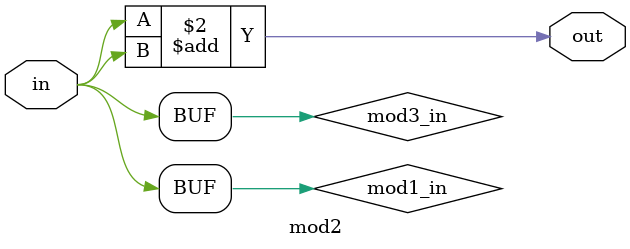
<source format=sv>
module mod2 (
  input logic in,
  output logic out
);

logic mod1_in;
logic mod3_in;
assign mod1_in = in;
assign mod3_in = in;
always_comb begin
  out = mod1_in + mod3_in;
end
endmodule   // mod2


</source>
